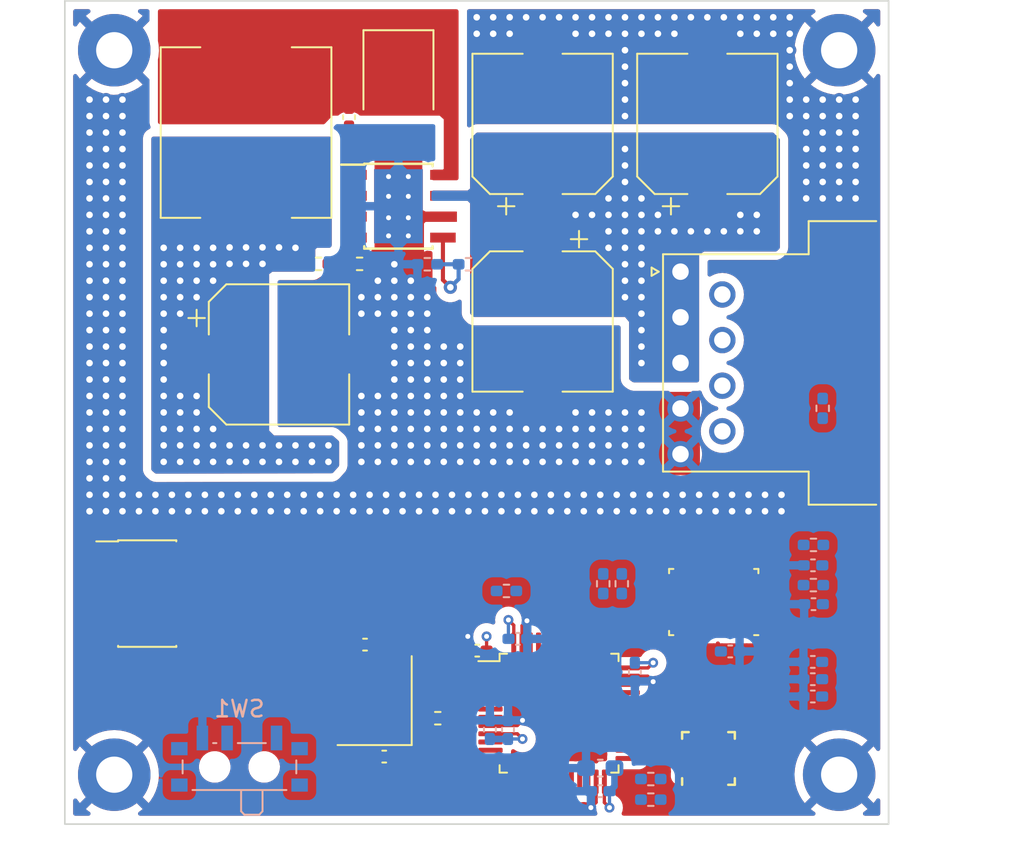
<source format=kicad_pcb>
(kicad_pcb (version 20211014) (generator pcbnew)
  (layers (0 "F.Cu" signal) (1 "In1.Cu" signal) (2 "In2.Cu" signal) (31 "B.Cu" signal) (34 "B.Paste" user) (35 "F.Paste" user) (36 "B.SilkS" user "B.Silkscreen") (37 "F.SilkS" user "F.Silkscreen") (38 "B.Mask" user) (39 "F.Mask" user) (44 "Edge.Cuts" user))
  (net 0 "")
  (net 1 "GND")
  (net 2 "+3.3V")
  (net 3 "Net-(C16-Pad2)")
  (net 4 "/Proc/RCC_OSC_IN")
  (net 5 "VCC")
  (net 6 "/PWR/BOOT")
  (net 7 "/PWR/PH")
  (net 8 "/Proc/STATUS_LED_SYSTEM")
  (net 9 "/Proc/SYS_JTMS-SWDIO")
  (net 10 "/Proc/SYS_JTCK-SWCLK")
  (net 11 "/Proc/SYS_JTDO-TRACESWO")
  (net 14 "/Proc/~{NRST}")
  (net 15 "/Proc/BOOT")
  (net 16 "/Proc/RCC_OSC_OUT")
  (net 17 "/IMU_{A}/IMU_{A}_CAP")
  (net 18 "/IMU_{A}/IMU_{A}_SCL")
  (net 19 "/PWR/ENABLE")
  (net 20 "/PWR/VSENSE")
  (net 21 "/IMU_{B}/IMU_{B}_SCL")
  (net 28 "/CAN-")
  (net 29 "/CAN+")
  (net 30 "/IMU_{B}/REGOUT")
  (net 33 "/IMU_{B}/IMU_{B}_SDA")
  (net 58 "/IMU_{A}/IMU_{A}_SDA")
  (net 59 "Net-(U2-Pad4)")
  (net 60 "Net-(U2-Pad11)")
  (net 61 "/IMU_{A}/IMU_{A}_INT")
  (net 62 "Net-(R4-Pad1)")
  (net 73 "/IMU_{B}/IMU_{B}_INT")
  (footprint "Capacitor_SMD:C_0402_1005Metric_Pad0.74x0.62mm_HandSolder" (layer "F.Cu") (at 47.25 37.0675 90)
    (fp_text reference "C38" hide)
    (fp_text value "10n")
  )
  (footprint "Capacitor_SMD:CP_Elec_8x11.9" (layer "F.Cu") (at 59 37.475 90)
    (fp_text reference "C36" hide)
    (fp_text value "39u")
  )
  (footprint "MountingHole:MountingHole_2.2mm_M2_Pad" (layer "F.Cu") (at 77 33)
    (fp_text reference "H1" hide)
    (fp_text value "MountingHole_Pad")
  )
  (footprint "MountingHole:MountingHole_2.2mm_M2_Pad" (layer "F.Cu") (at 33 33)
    (fp_text reference "H2" hide)
    (fp_text value "MountingHole_Pad")
  )
  (footprint "Capacitor_SMD:C_0402_1005Metric_Pad0.74x0.62mm_HandSolder" (layer "F.Cu") (at 49.38749 75.9)
    (fp_text reference "C16" hide)
    (fp_text value "TBD")
  )
  (footprint "Crystal:Crystal_SMD_3225-4Pin_3.2x2.5mm_HandSoldering" (layer "F.Cu") (at 48.80499 72.5 90)
    (fp_text reference "Y1" hide)
    (fp_text value "16MHz")
  )
  (footprint "Resistor_SMD:R_0402_1005Metric_Pad0.72x0.64mm_HandSolder" (layer "F.Cu") (at 52.637369 73.57)
    (fp_text reference "R12" hide)
    (fp_text value "TBD")
  )
  (footprint "Package_SO:TI_SO-PowerPAD-8_ThermalVias" (layer "F.Cu") (at 50.25 42.475)
    (fp_text reference "U6" hide)
    (fp_text value "TPS5430DDA")
  )
  (footprint "Connector_PinHeader_1.27mm:PinHeader_2x05_P1.27mm_Vertical_SMD" (layer "F.Cu") (at 35 66)
    (fp_text reference "J2" hide)
    (fp_text value "SWD")
  )
  (footprint "Inductor_SMD:L_Vishay_IHLP-4040" (layer "F.Cu") (at 41 38 -90)
    (fp_text reference "L3" hide)
    (fp_text value "10u")
  )
  (footprint "Diode_SMD:D_PowerDI-5" (layer "F.Cu") (at 50.25 35.595 -90)
    (fp_text reference "D8" hide)
    (fp_text value "PDS760-13")
  )
  (footprint "MountingHole:MountingHole_2.2mm_M2_Pad" (layer "F.Cu") (at 77 77)
    (fp_text reference "H4" hide)
    (fp_text value "MountingHole_Pad")
  )
  (footprint "Capacitor_SMD:CP_Elec_8x11.9" (layer "F.Cu") (at 69 37.475 90)
    (fp_text reference "C35" hide)
    (fp_text value "39u")
  )
  (footprint "Capacitor_SMD:C_0402_1005Metric_Pad0.74x0.62mm_HandSolder" (layer "F.Cu") (at 55.0325 69.464176 180)
    (fp_text reference "C11" hide)
    (fp_text value "100n")
  )
  (footprint "Resistor_SMD:R_0402_1005Metric_Pad0.72x0.64mm_HandSolder" (layer "F.Cu") (at 45.4025 45.975)
    (fp_text reference "R21" hide)
    (fp_text value "10k")
  )
  (footprint "Capacitor_SMD:CP_Elec_8x11.9" (layer "F.Cu") (at 43 51.475)
    (fp_text reference "C39" hide)
    (fp_text value "560u")
  )
  (footprint "Capacitor_SMD:CP_Elec_8x11.9" (layer "F.Cu") (at 59 49.475 -90)
    (fp_text reference "C37" hide)
    (fp_text value "39u")
  )
  (footprint "Package_QFP:LQFP-48_7x7mm_P0.5mm" (layer "F.Cu") (at 60 73.264176)
    (fp_text reference "U1" hide)
    (fp_text value "STM32F103C8Tx")
  )
  (footprint "Resistor_SMD:R_0402_1005Metric_Pad0.72x0.64mm_HandSolder" (layer "F.Cu") (at 47.8925 45.975)
    (fp_text reference "R22" hide)
    (fp_text value "5k9")
  )
  (footprint "Connector_Dsub:DSUB-9_Female_Horizontal_P2.77x2.54mm_EdgePinOffset9.40mm" (layer "F.Cu") (at 67.369669 46.45 90)
    (fp_text reference "J1" hide)
    (fp_text value "INTERFACE")
  )
  (footprint "Capacitor_SMD:C_0402_1005Metric_Pad0.74x0.62mm_HandSolder" (layer "F.Cu") (at 48.22249 69.1)
    (fp_text reference "C17" hide)
    (fp_text value "TBD")
  )
  (footprint "Package_LGA:LGA-28_5.2x3.8mm_P0.5mm" (layer "F.Cu") (at 69.3875 66.514176 180)
    (fp_text reference "U2" hide)
    (fp_text value "BNO055")
  )
  (footprint "MountingHole:MountingHole_2.2mm_M2_Pad" (layer "F.Cu") (at 33 77)
    (fp_text reference "H3" hide)
    (fp_text value "MountingHole_Pad")
  )
  (footprint "Sensor_Motion:InvenSense_QFN-24_3x3mm_P0.4mm" (layer "F.Cu") (at 69.0675 76.014176 90)
    (fp_text reference "U3" hide)
    (fp_text value "MPU-9250")
  )
  (footprint "Capacitor_SMD:C_0402_1005Metric_Pad0.74x0.62mm_HandSolder" (layer "B.Cu") (at 75.4 70.15 180)
    (fp_text reference "C4" hide)
    (fp_text value "100n")
  )
  (footprint "Resistor_SMD:R_0402_1005Metric_Pad0.72x0.64mm_HandSolder" (layer "B.Cu") (at 52 46 180)
    (fp_text reference "R20" hide)
    (fp_text value "DNF")
  )
  (footprint "Capacitor_SMD:C_0402_1005Metric_Pad0.74x0.62mm_HandSolder" (layer "B.Cu") (at 75.4 71.2 180)
    (fp_text reference "C3" hide)
    (fp_text value "100n")
  )
  (footprint "Capacitor_SMD:C_0402_1005Metric_Pad0.74x0.62mm_HandSolder" (layer "B.Cu") (at 56.9 74.264176 90)
    (fp_text reference "C13" hide)
    (fp_text value "1u")
  )
  (footprint "Capacitor_SMD:C_0402_1005Metric_Pad0.74x0.62mm_HandSolder" (layer "B.Cu") (at 64.6 70.764176 -90)
    (fp_text reference "C10" hide)
    (fp_text value "100n")
  )
  (footprint "Capacitor_SMD:C_0402_1005Metric_Pad0.74x0.62mm_HandSolder" (layer "B.Cu") (at 57.5 68.75)
    (fp_text reference "C7" hide)
    (fp_text value "100n")
  )
  (footprint "Resistor_SMD:R_0402_1005Metric_Pad0.72x0.64mm_HandSolder" (layer "B.Cu") (at 56.80499 65.84 180)
    (fp_text reference "R4" hide)
    (fp_text value "10k")
  )
  (footprint "Capacitor_SMD:C_0402_1005Metric_Pad0.74x0.62mm_HandSolder" (layer "B.Cu") (at 75.4 72.25 180)
    (fp_text reference "C2" hide)
    (fp_text value "10n")
  )
  (footprint "Resistor_SMD:R_0402_1005Metric_Pad0.72x0.64mm_HandSolder" (layer "B.Cu") (at 63.80499 65.4025 -90)
    (fp_text reference "R6" hide)
    (fp_text value "10k")
  )
  (footprint "Resistor_SMD:R_0402_1005Metric_Pad0.72x0.64mm_HandSolder" (layer "B.Cu") (at 76 54.75 -90)
    (fp_text reference "R3" hide)
    (fp_text value "TBD")
  )
  (footprint "Resistor_SMD:R_0402_1005Metric_Pad0.72x0.64mm_HandSolder" (layer "B.Cu") (at 65.5675 78.514176 180)
    (fp_text reference "R1" hide)
    (fp_text value "10k")
  )
  (footprint "Capacitor_SMD:C_0603_1608Metric_Pad1.08x0.95mm_HandSolder" (layer "B.Cu") (at 62.5 76.6 180)
    (fp_text reference "C6" hide)
    (fp_text value "4u7")
  )
  (footprint "Resistor_SMD:R_0402_1005Metric_Pad0.72x0.64mm_HandSolder" (layer "B.Cu") (at 54.5 46 180)
    (fp_text reference "R19" hide)
    (fp_text value "DNF")
  )
  (footprint "Capacitor_SMD:C_0402_1005Metric_Pad0.74x0.62mm_HandSolder" (layer "B.Cu") (at 75.41 64.284176 180)
    (fp_text reference "C5" hide)
    (fp_text value "1u")
  )
  (footprint "Resistor_SMD:R_0402_1005Metric_Pad0.72x0.64mm_HandSolder" (layer "B.Cu") (at 75.435 65.484176)
    (fp_text reference "R7" hide)
    (fp_text value "10k")
  )
  (footprint "Resistor_SMD:R_0402_1005Metric_Pad0.72x0.64mm_HandSolder" (layer "B.Cu") (at 62.67999 65.4025 -90)
    (fp_text reference "R5" hide)
    (fp_text value "10k")
  )
  (footprint "Capacitor_SMD:C_0402_1005Metric_Pad0.74x0.62mm_HandSolder" (layer "B.Cu") (at 55.8 74.264176 90)
    (fp_text reference "C12" hide)
    (fp_text value "10n")
  )
  (footprint "Capacitor_SMD:C_0402_1005Metric_Pad0.74x0.62mm_HandSolder" (layer "B.Cu") (at 75.4425 66.644176 180)
    (fp_text reference "C1" hide)
    (fp_text value "100n")
  )
  (footprint "Capacitor_SMD:C_0402_1005Metric_Pad0.74x0.62mm_HandSolder" (layer "B.Cu") (at 70.3875 69.514176)
    (fp_text reference "C9" hide)
    (fp_text value "120n")
  )
  (footprint "Capacitor_SMD:C_0402_1005Metric_Pad0.74x0.62mm_HandSolder" (layer "B.Cu") (at 62.5 78 180)
    (fp_text reference "C8" hide)
    (fp_text value "100n")
  )
  (footprint "Resistor_SMD:R_0402_1005Metric_Pad0.72x0.64mm_HandSolder" (layer "B.Cu") (at 65.5675 77.264176 180)
    (fp_text reference "R2" hide)
    (fp_text value "10k")
  )
  (footprint "Resistor_SMD:R_0402_1005Metric_Pad0.72x0.64mm_HandSolder" (layer "B.Cu") (at 75.44 63.044176)
    (fp_text reference "R8" hide)
    (fp_text value "10k")
  )
  (footprint "Button_Switch_SMD:SW_SPDT_PCM12" (layer "B.Cu") (at 40.6 76.2 180)
    (fp_text reference "SW1")
    (fp_text value "BOOT")
  )
  (gr_rect (start 30 30) (end 80 80) (layer "Edge.Cuts") (width 0.1) (fill none))
  (segment (start 62.25 77.426676) (end 62.25 78.68) (width 0.2) (layer "F.Cu") (net 1))
  (segment (start 62.25 78.68) (end 61.93 79) (width 0.2) (layer "F.Cu") (net 1))
  (segment (start 57.75 67.95) (end 58.05 67.65) (width 0.2) (layer "F.Cu") (net 1))
  (segment (start 65.374176 71.014176) (end 65.71 71.35) (width 0.2) (layer "F.Cu") (net 1))
  (segment (start 54.46 68.6) (end 54.46 69.459176) (width 0.2) (layer "F.Cu") (net 1))
  (segment (start 64.1625 71.014176) (end 65.374176 71.014176) (width 0.2) (layer "F.Cu") (net 1))
  (segment (start 55.8375 74.014176) (end 57.465824 74.014176) (width 0.2) (layer "F.Cu") (net 1))
  (segment (start 57.75 69.101676) (end 57.75 67.95) (width 0.2) (layer "F.Cu") (net 1))
  (segment (start 54.46 69.459176) (end 54.465 69.464176) (width 0.2) (layer "F.Cu") (net 1))
  (segment (start 57.465824 74.014176) (end 57.78 73.7) (width 0.2) (layer "F.Cu") (net 1))
  (via (at 32.5 54) (size 0.8) (drill 0.4) (layers "F.Cu" "B.Cu") (net 1))
  (via (at 58 58) (size 0.8) (drill 0.4) (layers "F.Cu" "B.Cu") (net 1))
  (via (at 48 56) (size 0.8) (drill 0.4) (layers "F.Cu" "B.Cu") (net 1))
  (via (at 58.05 67.65) (size 0.6) (drill 0.3) (layers "F.Cu" "B.Cu") (net 1))
  (via (at 33.5 61) (size 0.8) (drill 0.4) (layers "F.Cu" "B.Cu") (net 1))
  (via (at 46.5 60) (size 0.8) (drill 0.4) (layers "F.Cu" "B.Cu") (net 1))
  (via (at 48 57) (size 0.8) (drill 0.4) (layers "F.Cu" "B.Cu") (net 1))
  (via (at 76 41) (size 0.8) (drill 0.4) (layers "F.Cu" "B.Cu") (net 1))
  (via (at 54 58) (size 0.8) (drill 0.4) (layers "F.Cu" "B.Cu") (net 1))
  (via (at 51 55) (size 0.8) (drill 0.4) (layers "F.Cu" "B.Cu") (net 1))
  (via (at 57 56) (size 0.8) (drill 0.4) (layers "F.Cu" "B.Cu") (net 1))
  (via (at 33.5 37) (size 0.8) (drill 0.4) (layers "F.Cu" "B.Cu") (net 1))
  (via (at 55 57) (size 0.8) (drill 0.4) (layers "F.Cu" "B.Cu") (net 1))
  (via (at 65 57) (size 0.8) (drill 0.4) (layers "F.Cu" "B.Cu") (net 1))
  (via (at 51 49) (size 0.8) (drill 0.4) (layers "F.Cu" "B.Cu") (net 1))
  (via (at 58 57) (size 0.8) (drill 0.4) (layers "F.Cu" "B.Cu") (net 1))
  (via (at 47.5 60) (size 0.8) (drill 0.4) (layers "F.Cu" "B.Cu") (net 1))
  (via (at 57 31) (size 0.8) (drill 0.4) (layers "F.Cu" "B.Cu") (net 1))
  (via (at 77 36) (size 0.8) (drill 0.4) (layers "F.Cu" "B.Cu") (net 1))
  (via (at 63 32) (size 0.8) (drill 0.4) (layers "F.Cu" "B.Cu") (net 1))
  (via (at 62 57) (size 0.8) (drill 0.4) (layers "F.Cu" "B.Cu") (net 1))
  (via (at 51 56) (size 0.8) (drill 0.4) (layers "F.Cu" "B.Cu") (net 1))
  (via (at 75 40) (size 0.8) (drill 0.4) (layers "F.Cu" "B.Cu") (net 1))
  (via (at 68.5 61) (size 0.8) (drill 0.4) (layers "F.Cu" "B.Cu") (net 1))
  (via (at 61 56) (size 0.8) (drill 0.4) (layers "F.Cu" "B.Cu") (net 1))
  (via (at 31.5 47) (size 0.8) (drill 0.4) (layers "F.Cu" "B.Cu") (net 1))
  (via (at 60 58) (size 0.8) (drill 0.4) (layers "F.Cu" "B.Cu") (net 1))
  (via (at 78 40) (size 0.8) (drill 0.4) (layers "F.Cu" "B.Cu") (net 1))
  (via (at 66 32) (size 0.8) (drill 0.4) (layers "F.Cu" "B.Cu") (net 1))
  (via (at 51 53) (size 0.8) (drill 0.4) (layers "F.Cu" "B.Cu") (net 1))
  (via (at 64 33) (size 0.8) (drill 0.4) (layers "F.Cu" "B.Cu") (net 1))
  (via (at 67 31) (size 0.8) (drill 0.4) (layers "F.Cu" "B.Cu") (net 1))
  (via (at 50 56) (size 0.8) (drill 0.4) (layers "F.Cu" "B.Cu") (net 1))
  (via (at 33.5 60) (size 0.8) (drill 0.4) (layers "F.Cu" "B.Cu") (net 1))
  (via (at 61 57) (size 0.8) (drill 0.4) (layers "F.Cu" "B.Cu") (net 1))
  (via (at 56 31) (size 0.8) (drill 0.4) (layers "F.Cu" "B.Cu") (net 1))
  (via (at 75 41) (size 0.8) (drill 0.4) (layers "F.Cu" "B.Cu") (net 1))
  (via (at 51 50) (size 0.8) (drill 0.4) (layers "F.Cu" "B.Cu") (net 1))
  (via (at 33.5 41) (size 0.8) (drill 0.4) (layers "F.Cu" "B.Cu") (net 1))
  (via (at 59.5 61) (size 0.8) (drill 0.4) (layers "F.Cu" "B.Cu") (net 1))
  (via (at 71.5 60) (size 0.8) (drill 0.4) (layers "F.Cu" "B.Cu") (net 1))
  (via (at 47.5 61) (size 0.8) (drill 0.4) (layers "F.Cu" "B.Cu") (net 1))
  (via (at 32.5 45) (size 0.8) (drill 0.4) (layers "F.Cu" "B.Cu") (net 1))
  (via (at 75 39) (size 0.8) (drill 0.4) (layers "F.Cu" "B.Cu") (net 1))
  (via (at 57 55) (size 0.8) (drill 0.4) (layers "F.Cu" "B.Cu") (net 1))
  (via (at 62.5 61) (size 0.8) (drill 0.4) (layers "F.Cu" "B.Cu") (net 1))
  (via (at 71 31) (size 0.8) (drill 0.4) (layers "F.Cu" "B.Cu") (net 1))
  (via (at 31.5 61) (size 0.8) (drill 0.4) (layers "F.Cu" "B.Cu") (net 1))
  (via (at 60 31) (size 0.8) (drill 0.4) (layers "F.Cu" "B.Cu") (net 1))
  (via (at 63 55) (size 0.8) (drill 0.4) (layers "F.Cu" "B.Cu") (net 1))
  (via (at 72 31) (size 0.8) (drill 0.4) (layers "F.Cu" "B.Cu") (net 1))
  (via (at 33.5 56) (size 0.8) (drill 0.4) (layers "F.Cu" "B.Cu") (net 1))
  (via (at 31.5 38) (size 0.8) (drill 0.4) (layers "F.Cu" "B.Cu") (net 1))
  (via (at 63.5 61) (size 0.8) (drill 0.4) (layers "F.Cu" "B.Cu") (net 1))
  (via (at 66.5 60) (size 0.8) (drill 0.4) (layers "F.Cu" "B.Cu") (net 1))
  (via (at 53 57) (size 0.8) (drill 0.4) (layers "F.Cu" "B.Cu") (net 1))
  (via (at 31.5 60) (size 0.8) (drill 0.4) (layers "F.Cu" "B.Cu") (net 1))
  (via (at 32.5 51) (size 0.8) (drill 0.4) (layers "F.Cu" "B.Cu") (net 1))
  (via (at 75 38) (size 0.8) (drill 0.4) (layers "F.Cu" "B.Cu") (net 1))
  (via (at 52 49) (size 0.8) (drill 0.4) (layers "F.Cu" "B.Cu") (net 1))
  (via (at 52 52) (size 0.8) (drill 0.4) (layers "F.Cu" "B.Cu") (net 1))
  (via (at 52 54) (size 0.8) (drill 0.4) (layers "F.Cu" "B.Cu") (net 1))
  (via (at 64 36) (size 0.8) (drill 0.4) (layers "F.Cu" "B.Cu") (net 1))
  (via (at 31.5 54) (size 0.8) (drill 0.4) (layers "F.Cu" "B.Cu") (net 1))
  (via (at 64 56) (size 0.8) (drill 0.4) (layers "F.Cu" "B.Cu") (net 1))
  (via (at 70 31) (size 0.8) (drill 0.4) (layers "F.Cu" "B.Cu") (net 1))
  (via (at 31.5 52) (size 0.8) (drill 0.4) (layers "F.Cu" "B.Cu") (net 1))
  (via (at 44.5 60) (size 0.8) (drill 0.4) (layers "F.Cu" "B.Cu") (net 1))
  (via (at 31.5 56) (size 0.8) (drill 0.4) (layers "F.Cu" "B.Cu") (net 1))
  (via (at 33.5 52) (size 0.8) (drill 0.4) (layers "F.Cu" "B.Cu") (net 1))
  (via (at 53 51) (size 0.8) (drill 0.4) (layers "F.Cu" "B.Cu") (net 1))
  (via (at 60.5 61) (size 0.8) (drill 0.4) (layers "F.Cu" "B.Cu") (net 1))
  (via (at 56.5 60) (size 0.8) (drill 0.4) (layers "F.Cu" "B.Cu") (net 1))
  (via (at 61.5 61) (size 0.8) (drill 0.4) (layers "F.Cu" "B.Cu") (net 1))
  (via (at 40.5 61) (size 0.8) (drill 0.4) (layers "F.Cu" "B.Cu") (net 1))
  (via (at 51.5 61) (size 0.8) (drill 0.4) (layers "F.Cu" "B.Cu") (net 1))
  (via (at 32.5 61) (size 0.8) (drill 0.4) (layers "F.Cu" "B.Cu") (net 1))
  (via (at 31.5 37) (size 0.8) (drill 0.4) (layers "F.Cu" "B.Cu") (net 1))
  (via (at 56 32) (size 0.8) (drill 0.4) (layers "F.Cu" "B.Cu") (net 1))
  (via (at 64 31) (size 0.8) (drill 0.4) (layers "F.Cu" "B.Cu") (net 1))
  (via (at 53 56) (size 0.8) (drill 0.4) (layers "F.Cu" "B.Cu") (net 1))
  (via (at 33.5 46) (size 0.8) (drill 0.4) (layers "F.Cu" "B.Cu") (net 1))
  (via (at 31.5 57) (size 0.8) (drill 0.4) (layers "F.Cu" "B.Cu") (net 1))
  (via (at 49 58) (size 0.8) (drill 0.4) (layers "F.Cu" "B.Cu") (net 1))
  (via (at 74 37) (size 0.8) (drill 0.4) (layers "F.Cu" "B.Cu") (net 1))
  (via (at 31.5 44) (size 0.8) (drill 0.4) (layers "F.Cu" "B.Cu") (net 1))
  (via (at 67.5 60) (size 0.8) (drill 0.4) (layers "F.Cu" "B.Cu") (net 1))
  (via (at 59 58) (size 0.8) (drill 0.4) (layers "F.Cu" "B.Cu") (net 1))
  (via (at 64 34) (size 0.8) (drill 0.4) (layers "F.Cu" "B.Cu") (net 1))
  (via (at 78 42) (size 0.8) (drill 0.4) (layers "F.Cu" "B.Cu") (net 1))
  (via (at 62 58) (size 0.8) (drill 0.4) (layers "F.Cu" "B.Cu") (net 1))
  (via (at 67.5 61) (size 0.8) (drill 0.4) (layers "F.Cu" "B.Cu") (net 1))
  (via (at 73 31) (size 0.8) (drill 0.4) (layers "F.Cu" "B.Cu") (net 1))
  (via (at 50 58) (size 0.8) (drill 0.4) (layers "F.Cu" "B.Cu") (net 1))
  (via (at 53 52) (size 0.8) (drill 0.4) (layers "F.Cu" "B.Cu") (net 1))
  (via (at 53 54) (size 0.8) (drill 0.4) (layers "F.Cu" "B.Cu") (net 1))
  (via (at 33.5 51) (size 0.8) (drill 0.4) (layers "F.Cu" "B.Cu") (net 1))
  (via (at 31.5 49) (size 0.8) (drill 0.4) (layers "F.Cu" "B.Cu") (net 1))
  (via (at 32.5 42) (size 0.8) (drill 0.4) (layers "F.Cu" "B.Cu") (net 1))
  (via (at 63 57) (size 0.8) (drill 0.4) (layers "F.Cu" "B.Cu") (net 1))
  (via (at 63.5 60) (size 0.8) (drill 0.4) (layers "F.Cu" "B.Cu") (net 1))
  (via (at 50 50) (size 0.8) (drill 0.4) (layers "F.Cu" "B.Cu") (net 1))
  (via (at 46.5 61) (size 0.8) (drill 0.4) (layers "F.Cu" "B.Cu") (net 1))
  (via (at 33.5 59) (size 0.8) (drill 0.4) (layers "F.Cu" "B.Cu") (net 1))
  (via (at 70.5 60) (size 0.8) (drill 0.4) (layers "F.Cu" "B.Cu") (net 1))
  (via (at 51 57) (size 0.8) (drill 0.4) (layers "F.Cu" "B.Cu") (net 1))
  (via (at 52 53) (size 0.8) (drill 0.4) (layers "F.Cu" "B.Cu") (net 1))
  (via (at 50 52) (size 0.8) (drill 0.4) (layers "F.Cu" "B.Cu") (net 1))
  (via (at 33.5 58) (size 0.8) (drill 0.4) (layers "F.Cu" "B.Cu") (net 1))
  (via (at 48 48) (size 0.8) (drill 0.4) (layers "F.Cu" "B.Cu") (net 1))
  (via (at 78 41) (size 0.8) (drill 0.4) (layers "F.Cu" "B.Cu") (net 1))
  (via (at 50 51) (size 0.8) (drill 0.4) (layers "F.Cu" "B.Cu") (net 1))
  (via (at 50 47) (size 0.8) (drill 0.4) (layers "F.Cu" "B.Cu") (net 1))
  (via (at 67 32) (size 0.8) (drill 0.4) (layers "F.Cu" "B.Cu") (net 1))
  (via (at 32.5 48) (size 0.8) (drill 0.4) (layers "F.Cu" "B.Cu") (net 1))
  (via (at 64 57) (size 0.8) (drill 0.4) (layers "F.Cu" "B.Cu") (net 1))
  (via (at 69.5 61) (size 0.8) (drill 0.4) (layers "F.Cu" "B.Cu") (net 1))
  (via (at 66 31) (size 0.8) (drill 0.4) (layers "F.Cu" "B.Cu") (net 1))
  (via (at 52 56) (size 0.8) (drill 0.4) (layers "F.Cu" "B.Cu") (net 1))
  (via (at 76 42) (size 0.8) (drill 0.4) (layers "F.Cu" "B.Cu") (net 1))
  (via (at 65 32) (size 0.8) (drill 0.4) (layers "F.Cu" "B.Cu") (net 1))
  (via (at 56 55) (size 0.8) (drill 0.4) (layers "F.Cu" "B.Cu") (net 1))
  (via (at 45.5 61) (size 0.8) (drill 0.4) (layers "F.Cu" "B.Cu") (net 1))
  (via (at 53 58) (size 0.8) (drill 0.4) (layers "F.Cu" "B.Cu") (net 1))
  (via (at 48 55) (size 0.8) (drill 0.4) (layers "F.Cu" "B.Cu") (net 1))
  (via (at 50 46) (size 0.8) (drill 0.4) (layers "F.Cu" "B.Cu") (net 1))
  (via (at 60 57) (size 0.8) (drill 0.4) (layers "F.Cu" "B.Cu") (net 1))
  (via (at 71.5 61) (size 0.8) (drill 0.4) (layers "F.Cu" "B.Cu") (net 1))
  (via (at 74 34) (size 0.8) (drill 0.4) (layers "F.Cu" "B.Cu") (net 1))
  (via (at 50.5 61) (size 0.8) (drill 0.4) (layers "F.Cu" "B.Cu") (net 1))
  (via (at 48 49) (size 0.8) (drill 0.4) (layers "F.Cu" "B.Cu") (net 1))
  (via (at 32.5 40) (size 0.8) (drill 0.4) (layers "F.Cu" "B.Cu") (net 1))
  (via (at 52 48) (size 0.8) (drill 0.4) (layers "F.Cu" "B.Cu") (net 1))
  (via (at 32.5 49) (size 0.8) (drill 0.4) (layers "F.Cu" "B.Cu") (net 1))
  (via (at 75 37) (size 0.8) (drill 0.4) (layers "F.Cu" "B.Cu") (net 1))
  (via (at 52 55) (size 0.8) (drill 0.4) (layers "F.Cu" "B.Cu") (net 1))
  (via (at 55 58) (size 0.8) (drill 0.4) (layers "F.Cu" "B.Cu") (net 1))
  (via (at 48 58) (size 0.8) (drill 0.4) (layers "F.Cu" "B.Cu") (net 1))
  (via (at 78 39) (size 0.8) (drill 0.4) (layers "F.Cu" "B.Cu") (net 1))
  (via (at 52.5 61) (size 0.8) (drill 0.4) (layers "F.Cu" "B.Cu") (net 1))
  (via (at 63 58) (size 0.8) (drill 0.4) (layers "F.Cu" "B.Cu") (net 1))
  (via (at 65.5 61) (size 0.8) (drill 0.4) (layers "F.Cu" "B.Cu") (net 1))
  (via (at 60 56) (size 0.8) (drill 0.4) (layers "F.Cu" "B.Cu") (net 1))
  (via (at 64.5 61) (size 0.8) (drill 0.4) (layers "F.Cu" "B.Cu") (net 1))
  (via (at 62 56) (size 0.8) (drill 0.4) (layers "F.Cu" "B.Cu") (net 1))
  (via (at 33.5 55) (size 0.8) (drill 0.4) (layers "F.Cu" "B.Cu") (net 1))
  (via (at 31.5 55) (size 0.8) (drill 0.4) (layers "F.Cu" "B.Cu") (net 1))
  (via (at 65 56) (size 0.8) (drill 0.4) (layers "F.Cu" "B.Cu") (net 1))
  (via (at 57.78 73.7) (size 0.6) (drill 0.3) (layers "F.Cu" "B.Cu") (net 1))
  (via (at 54 51) (size 0.8) (drill 0.4) (layers "F.Cu" "B.Cu") (net 1))
  (via (at 32.5 43) (size 0.8) (drill 0.4) (layers "F.Cu" "B.Cu") (net 1))
  (via (at 35.5 61) (size 0.8) (drill 0.4) (layers "F.Cu" "B.Cu") (net 1))
  (via (at 31.5 39) (size 0.8) (drill 0.4) (layers "F.Cu" "B.Cu") (net 1))
  (via (at 59 56) (size 0.8) (drill 0.4) (layers "F.Cu" "B.Cu") (net 1))
  (via (at 73.5 61) (size 0.8) (drill 0.4) (layers "F.Cu" "B.Cu") (net 1))
  (via (at 49 48) (size 0.8) (drill 0.4) (layers "F.Cu" "B.Cu") (net 1))
  (via (at 33.5 49) (size 0.8) (drill 0.4) (layers "F.Cu" "B.Cu") (net 1))
  (via (at 32.5 60) (size 0.8) (drill 0.4) (layers "F.Cu" "B.Cu") (net 1))
  (via (at 41.5 61) (size 0.8) (drill 0.4) (layers "F.Cu" "B.Cu") (net 1))
  (via (at 48.5 60) (size 0.8) (drill 0.4) (layers "F.Cu" "B.Cu") (net 1))
  (via (at 68 31) (size 0.8) (drill 0.4) (layers "F.Cu" "B.Cu") (net 1))
  (via (at 55 56) (size 0.8) (drill 0.4) (layers "F.Cu" "B.Cu") (net 1))
  (via (at 44.5 61) (size 0.8) (drill 0.4) (layers "F.Cu" "B.Cu") (net 1))
  (via (at 61.5 60) (size 0.8) (drill 0.4) (layers "F.Cu" "B.Cu") (net 1))
  (via (at 71 32) (size 0.8) (drill 0.4) (layers "F.Cu" "B.Cu") (net 1))
  (via (at 32.5 50) (size 0.8) (drill 0.4) (layers "F.Cu" "B.Cu") (net 1))
  (via (at 31.5 40) (size 0.8) (drill 0.4) (layers "F.Cu" "B.Cu") (net 1))
  (via (at 55.5 60) (size 0.8) (drill 0.4) (layers "F.Cu" "B.Cu") (net 1))
  (via (at 38.5 60) (size 0.8) (drill 0.4) (layers "F.Cu" "B.Cu") (net 1))
  (via (at 52 57) (size 0.8) (drill 0.4) (layers "F.Cu" "B.Cu") (net 1))
  (via (at 76 38) (size 0.8) (drill 0.4) (layers "F.Cu" "B.Cu") (net 1))
  (via (at 78 37) (size 0.8) (drill 0.4) (layers "F.Cu" "B.Cu") (net 1))
  (via (at 31.5 58) (size 0.8) (drill 0.4) (layers "F.Cu" "B.Cu") (net 1))
  (via (at 74 31) (size 0.8) (drill 0.4) (layers "F.Cu" "B.Cu") (net 1))
  (via (at 61 58) (size 0.8) (drill 0.4) (layers "F.Cu" "B.Cu") (net 1))
  (via (at 63 31) (size 0.8) (drill 0.4) (layers "F.Cu" "B.Cu") (net 1))
  (via (at 31.5 36) (size 0.8) (drill 0.4) (layers "F.Cu" "B.Cu") (net 1))
  (via (at 74 36) (size 0.8) (drill 0.4) (layers "F.Cu" "B.Cu") (net 1))
  (via (at 62 31) (size 0.8) (drill 0.4) (layers "F.Cu" "B.Cu") (net 1))
  (via (at 54 54) (size 0.8) (drill 0.4) (layers "F.Cu" "B.Cu") (net 1))
  (via (at 32.5 38) (size 0.8) (drill 0.4) (layers "F.Cu" "B.Cu") (net 1))
  (via (at 73.5 60) (size 0.8) (drill 0.4) (layers "F.Cu" "B.Cu") (net 1))
  (via (at 50 55) (size 0.8) (drill 0.4) (layers "F.Cu" "B.Cu") (net 1))
  (via (at 53 53) (size 0.8) (drill 0.4) (layers "F.Cu" "B.Cu") (net 1))
  (via (at 78 36) (size 0.8) (drill 0.4) (layers "F.Cu" "B.Cu") (net 1))
  (via (at 32.5 37) (size 0.8) (drill 0.4) (layers "F.Cu" "B.Cu") (net 1))
  (via (at 33.5 57) (size 0.8) (drill 0.4) (layers "F.Cu" "B.Cu") (net 1))
  (via (at 32.5 52) (size 0.8) (drill 0.4) (layers "F.Cu" "B.Cu") (net 1))
  (via (at 49 47) (size 0.8) (drill 0.4) (layers "F.Cu" "B.Cu") (net 1))
  (via (at 49 49) (size 0.8) (drill 0.4) (layers "F.Cu" "B.Cu") (net 1))
  (via (at 64 55) (size 0.8) (drill 0.4) (layers "F.Cu" "B.Cu") (net 1))
  (via (at 33.5 45) (size 0.8) (drill 0.4) (layers "F.Cu" "B.Cu") (net 1))
  (via (at 64 35) (size 0.8) (drill 0.4) (layers "F.Cu" "B.Cu") (net 1))
  (via (at 51 47) (size 0.8) (drill 0.4) (layers "F.Cu" "B.Cu") (net 1))
  (via (at 40.5 60) (size 0.8) (drill 0.4) (layers "F.Cu" "B.Cu") (net 1))
  (via (at 32.5 41) (size 0.8) (drill 0.4) (layers "F.Cu" "B.Cu") (net 1))
  (via (at 50 48) (size 0.8) (drill 0.4) (layers "F.Cu" "B.Cu") (net 1))
  (via (at 61 31) (size 0.8) (drill 0.4) (layers "F.Cu" "B.Cu") (net 1))
  (via (at 55 32) (size 0.8) (drill 0.4) (layers "F.Cu" "B.Cu") (net 1))
  (via (at 54 53) (size 0.8) (drill 0.4) (layers "F.Cu" "B.Cu") (net 1))
  (via (at 73 32) (size 0.8) (drill 0.4) (layers "F.Cu" "B.Cu") (net 1))
  (via (at 32.5 39) (size 0.8) (drill 0.4) (layers "F.Cu" "B.Cu") (net 1))
  (via (at 56 57) (size 0.8) (drill 0.4) (layers "F.Cu" "B.Cu") (net 1))
  (via (at 31.5 48) (size 0.8) (drill 0.4) (layers "F.Cu" "B.Cu") (net 1))
  (via (at 54 57) (size 0.8) (drill 0.4) (layers "F.Cu" "B.Cu") (net 1))
  (via (at 61 55) (size 0.8) (drill 0.4) (layers "F.Cu" "B.Cu") (net 1))
  (via (at 31.5 59) (size 0.8) (drill 0.4) (layers "F.Cu" "B.Cu") (net 1))
  (via (at 52 50) (size 0.8) (drill 0.4) (layers "F.Cu" "B.Cu") (net 1))
  (via (at 58 56) (size 0.8) (drill 0.4) (layers "F.Cu" "B.Cu") (net 1))
  (via (at 32.5 58) (size 0.8) (drill 0.4) (layers "F.Cu" "B.Cu") (net 1))
  (via (at 33.5 54) (size 0.8) (drill 0.4) (layers "F.Cu" "B.Cu") (net 1))
  (via (at 53.5 61) (size 0.8) (drill 0.4) (layers "F.Cu" "B.Cu") (net 1))
  (via (at 42.5 60) (size 0.8) (drill 0.4) (layers "F.Cu" "B.Cu") (net 1))
  (via (at 49 55) (size 0.8) (drill 0.4) (layers "F.Cu" "B.Cu") (net 1))
  (via (at 51 58) (size 0.8) (drill 0.4) (layers "F.Cu" "B.Cu") (net 1))
  (via (at 32.5 36) (size 0.8) (drill 0.4) (layers "F.Cu" "B.Cu") (net 1))
  (via (at 36.5 60) (size 0.8) (drill 0.4) (layers "F.Cu" "B.Cu") (net 1))
  (via (at 65 55) (size 0.8) (drill 0.4) (layers "F.Cu" "B.Cu") (net 1))
  (via (at 51 51) (size 0.8) (drill 0.4) (layers "F.Cu" "B.Cu") (net 1))
  (via (at 31.5 46) (size 0.8) (drill 0.4) (layers "F.Cu" "B.Cu") (net 1))
  (via (at 62 32) (size 0.8) (drill 0.4) (layers "F.Cu" "B.Cu") (net 1))
  (via (at 51 54) (size 0.8) (drill 0.4) (layers "F.Cu" "B.Cu") (net 1))
  (via (at 39.5 61) (size 0.8) (drill 0.4) (layers "F.Cu" "B.Cu") (net 1))
  (via (at 31.5 51) (size 0.8) (drill 0.4) (layers "F.Cu" "B.Cu") (net 1))
  (via (at 64 37) (size 0.8) (drill 0.4) (layers "F.Cu" "B.Cu") (net 1))
  (via (at 74 35) (size 0.8) (drill 0.4) (layers "F.Cu" "B.Cu") (net 1))
  (via (at 64.5 60) (size 0.8) (drill 0.4) (layers "F.Cu" "B.Cu") (net 1))
  (via (at 77 39) (size 0.8) (drill 0.4) (layers "F.Cu" "B.Cu") (net 1))
  (via (at 48 54) (size 0.8) (drill 0.4) (layers "F.Cu" "B.Cu") (net 1))
  (via (at 56 56) (size 0.8) (drill 0.4) (layers "F.Cu" "B.Cu") (net 1))
  (via (at 32.5 44) (size 0.8) (drill 0.4) (layers "F.Cu" "B.Cu") (net 1))
  (via (at 68.5 60) (size 0.8) (drill 0.4) (layers "F.Cu" "B.Cu") (net 1))
  (via (at 59 57) (size 0.8) (drill 0.4) (layers "F.Cu" "B.Cu") (net 1))
  (via (at 43.5 61) (size 0.8) (drill 0.4) (layers "F.Cu" "B.Cu") (net 1))
  (via (at 65.71 71.35) (size 0.6) (drill 0.3) (layers "F.Cu" "B.Cu") (net 1))
  (via (at 54 52) (size 0.8) (drill 0.4) (layers "F.Cu" "B.Cu") (net 1))
  (via (at 50 57) (size 0.8) (drill 0.4) (layers "F.Cu" "B.Cu") (net 1))
  (via (at 53 55) (size 0.8) (drill 0.4) (layers "F.Cu" "B.Cu") (net 1))
  (via (at 33.5 50) (size 0.8) (drill 0.4) (layers "F.Cu" "B.Cu") (net 1))
  (via (at 54.46 68.6) (size 0.6) (drill 0.3) (layers "F.Cu" "B.Cu") (net 1))
  (via (at 76 37) (size 0.8) (drill 0.4) (layers "F.Cu" "B.Cu") (net 1))
  (via (at 48.5 61) (size 0.8) (drill 0.4) (layers "F.Cu" "B.Cu") (net 1))
  (via (at 41.5 60) (size 0.8) (drill 0.4) (layers "F.Cu" "B.Cu") (net 1))
  (via (at 52 58) (size 0.8) (drill 0.4) (layers "F.Cu" "B.Cu") (net 1))
  (via (at 33.5 40) (size 0.8) (drill 0.4) (layers "F.Cu" "B.Cu") (net 1))
  (via (at 77 41) (size 0.8) (drill 0.4) (layers "F.Cu" "B.Cu") (net 1))
  (via (at 57 32) (size 0.8) (drill 0.4) (layers "F.Cu" "B.Cu") (net 1))
  (via (at 57 57) (size 0.8) (drill 0.4) (layers "F.Cu" "B.Cu") (net 1))
  (via (at 31.5 50) (size 0.8) (drill 0.4) (layers "F.Cu" "B.Cu") (net 1))
  (via (at 54.5 60) (size 0.8) (drill 0.4) (layers "F.Cu" "B.Cu") (net 1))
  (via (at 76 39) (size 0.8) (drill 0.4) (layers "F.Cu" "B.Cu") (net 1))
  (via (at 33.5 38) (size 0.8) (drill 0.4) (layers "F.Cu" "B.Cu") (net 1))
  (via (at 76 40) (size 0.8) (drill 0.4) (layers "F.Cu" "B.Cu") (net 1))
  (via (at 51 52) (size 0.8) (drill 0.4) (layers "F.Cu" "B.Cu") (net 1))
  (via (at 50 54) (size 0.8) (drill 0.4) (layers "F.Cu" "B.Cu") (net 1))
  (via (at 52 51) (size 0.8) (drill 0.4) (layers "F.Cu" "B.Cu") (net 1))
  (via (at 54.5 61) (size 0.8) (drill 0.4) (layers "F.Cu" "B.Cu") (net 1))
  (via (at 33.5 53) (size 0.8) (drill 0.4) (layers "F.Cu" "B.Cu") (net 1))
  (via (at 51 48) (size 0.8) (drill 0.4) (layers "F.Cu" "B.Cu") (net 1))
  (via (at 31.5 53) (size 0.8) (drill 0.4) (layers "F.Cu" "B.Cu") (net 1))
  (via (at 32.5 56) (size 0.8) (drill 0.4) (layers "F.Cu" "B.Cu") (net 1))
  (via (at 69.5 60) (size 0.8) (drill 0.4) (layers "F.Cu" "B.Cu") (net 1))
  (via (at 32.5 59) (size 0.8) (drill 0.4) (layers "F.Cu" "B.Cu") (net 1))
  (via (at 72 32) (size 0.8) (drill 0.4) (layers "F.Cu" "B.Cu") (net 1))
  (via (at 50.5 60) (size 0.8) (drill 0.4) (layers "F.Cu" "B.Cu") (net 1))
  (via (at 78 38) (size 0.8) (drill 0.4) (layers "F.Cu" "B.Cu") (net 1))
  (via (at 32.5 53) (size 0.8) (drill 0.4) (layers "F.Cu" "B.Cu") (net 1))
  (via (at 77 40) (size 0.8) (drill 0.4) (layers "F.Cu" "B.Cu") (net 1))
  (via (at 54 55) (size 0.8) (drill 0.4) (layers "F.Cu" "B.Cu") (net 1))
  (via (at 69 31) (size 0.8) (drill 0.4) (layers "F.Cu" "B.Cu") (net 1))
  (via (at 72.5 60) (size 0.8) (drill 0.4) (layers "F.Cu" "B.Cu") (net 1))
  (via (at 58.5 60) (size 0.8) (drill 0.4) (layers "F.Cu" "B.Cu") (net 1))
  (via (at 33.5 44) (size 0.8) (drill 0.4) (layers "F.Cu" "B.Cu") (net 1))
  (via (at 58.5 61) (size 0.8) (drill 0.4) (layers "F.Cu" "B.Cu") (net 1))
  (via (at 65 58) (size 0.8) (drill 0.4) (layers "F.Cu" "B.Cu") (net 1))
  (via (at 74 32) (size 0.8) (drill 0.4) (layers "F.Cu" "B.Cu") (net 1))
  (via (at 49 54) (size 0.8) (drill 0.4) (layers "F.Cu" "B.Cu") (net 1))
  (via (at 32.5 46) (size 0.8) (drill 0.4) (layers "F.Cu" "B.Cu") (net 1))
  (via (at 50 49) (size 0.8) (drill 0.4) (layers "F.Cu" "B.Cu") (net 1))
  (via (at 74 33) (size 0.8) (drill 0.4) (layers "F.Cu" "B.Cu") (net 1))
  (via (at 33.5 42) (size 0.8) (drill 0.4) (layers "F.Cu" "B.Cu") (net 1))
  (via (at 33.5 36) (size 0.8) (drill 0.4) (layers "F.Cu" "B.Cu") (net 1))
  (via (at 37.5 60) (size 0.8) (drill 0.4) (layers "F.Cu" "B.Cu") (net 1))
  (via (at 56.5 61) (size 0.8) (drill 0.4) (layers "F.Cu" "B.Cu") (net 1))
  (via (at 39.5 60) (size 0.8) (drill 0.4) (layers "F.Cu" "B.Cu") (net 1))
  (via (at 59.5 60) (size 0.8) (drill 0.4) (layers "F.Cu" "B.Cu") (net 1))
  (via (at 77 42) (size 0.8) (drill 0.4) (layers "F.Cu" "B.Cu") (net 1))
  (via (at 63 56) (size 0.8) (drill 0.4) (layers "F.Cu" "B.Cu") (net 1))
  (via (at 58 31) (size 0.8) (drill 0.4) (layers "F.Cu" "B.Cu") (net 1))
  (via (at 57.5 61) (size 0.8) (drill 0.4) (layers "F.Cu" "B.Cu") (net 1))
  (via (at 36.5 61) (size 0.8) (drill 0.4) (layers "F.Cu" "B.Cu") (net 1))
  (via (at 70.5 61) (size 0.8) (drill 0.4) (layers "F.Cu" "B.Cu") (net 1))
  (via (at 75 42) (size 0.8) (drill 0.4) (layers "F.Cu" "B.Cu") (net 1))
  (via (at 59 31) (size 0.8) (drill 0.4) (layers "F.Cu" "B.Cu") (net 1))
  (via (at 57 58) (size 0.8) (drill 0.4) (layers "F.Cu" "B.Cu") (net 1))
  (via (at 77 38) (size 0.8) (drill 0.4) (layers "F.Cu" "B.Cu") (net 1))
  (via (at 66.5 61) (size 0.8) (drill 0.4) (layers "F.Cu" "B.Cu") (net 1))
  (via (at 57.5 60) (size 0.8) (drill 0.4) (layers "F.Cu" "B.Cu") (net 1))
  (via (at 55 55) (size 0.8) (drill 0.4) (layers "F.Cu" "B.Cu") (net 1))
  (via (at 49.5 60) (size 0.8) (drill 0.4) (layers "F.Cu" "B.Cu") (net 1))
  (via (at 49 56) (size 0.8) (drill 0.4) (layers "F.Cu" "B.Cu") (net 1))
  (via (at 49 57) (size 0.8) (drill 0.4) (layers "F.Cu" "B.Cu") (net 1))
  (via (at 33.5 43) (size 0.8) (drill 0.4) (layers "F.Cu" "B.Cu") (net 1))
  (via (at 52.5 60) (size 0.8) (drill 0.4) (layers "F.Cu" "B.Cu") (net 1))
  (via (at 72.5 61) (size 0.8) (drill 0.4) (layers "F.Cu" "B.Cu") (net 1))
  (via (at 31.5 43) (size 0.8) (drill 0.4) (layers "F.Cu" "B.Cu") (net 1))
  (via (at 65.5 60) (size 0.8) (drill 0.4) (layers "F.Cu" "B.Cu") (net 1))
  (via (at 60.5 60) (size 0.8) (drill 0.4) (layers "F.Cu" "B.Cu") (net 1))
  (via (at 64 58) (size 0.8) (drill 0.4) (layers "F.Cu" "B.Cu") (net 1))
  (via (at 35.5 60) (size 0.8) (drill 0.4) (layers "F.Cu" "B.Cu") (net 1))
  (via (at 76 36) (size 0.8) (drill 0.4) (layers "F.Cu" "B.Cu") (net 1))
  (via (at 54 56) (size 0.8) (drill 0.4) (layers "F.Cu" "B.Cu") (net 1))
  (via (at 33.5 47) (size 0.8) (drill 0.4) (layers "F.Cu" "B.Cu") (net 1))
  (via (at 34.5 60) (size 0.8) (drill 0.4) (layers "F.Cu" "B.Cu") (net 1))
  (via (at 33.5 48) (size 0.8) (drill 0.4) (layers "F.Cu" "B.Cu") (net 1))
  (via (at 45.5 60) (size 0.8) (drill 0.4) (layers "F.Cu" "B.Cu") (net 1))
  (via (at 31.5 42) (size 0.8) (drill 0.4) (layers "F.Cu" "B.Cu") (net 1))
  (via (at 50 53) (size 0.8) (drill 0.4) (layers "F.Cu" "B.Cu") (net 1))
  (via (at 31.5 45) (size 0.8) (drill 0.4) (layers "F.Cu" "B.Cu") (net 1))
  (via (at 53.5 60) (size 0.8) (drill 0.4) (layers "F.Cu" "B.Cu") (net 1))
  (via (at 43.5 60) (size 0.8) (drill 0.4) (layers "F.Cu" "B.Cu") (net 1))
  (via (at 65 31) (size 0.8) (drill 0.4) (layers "F.Cu" "B.Cu") (net 1))
  (via (at 55 31) (size 0.8) (drill 0.4) (layers "F.Cu" "B.Cu") (net 1))
  (via (at 32.5 57) (size 0.8) (drill 0.4) (layers "F.Cu" "B.Cu") (net 1))
  (via (at 34.5 61) (size 0.8) (drill 0.4) (layers "F.Cu" "B.Cu") (net 1))
  (via (at 62.5 60) (size 0.8) (drill 0.4) (layers "F.Cu" "B.Cu") (net 1))
  (via (at 77 37) (size 0.8) (drill 0.4) (layers "F.Cu" "B.Cu") (net 1))
  (via (at 32.5 47) (size 0.8) (drill 0.4) (layers "F.Cu" "B.Cu") (net 1))
  (via (at 31.5 41) (size 0.8) (drill 0.4) (layers "F.Cu" "B.Cu") (net 1))
  (via (at 61.93 79) (size 0.6) (drill 0.3) (layers "F.Cu" "B.Cu") (net 1))
  (via (at 42.5 61) (size 0.8) (drill 0.4) (layers "F.Cu" "B.Cu") (net 1))
  (via (at 61 32) (size 0.8) (drill 0.4) (layers "F.Cu" "B.Cu") (net 1))
  (via (at 56 58) (size 0.8) (drill 0.4) (layers "F.Cu" "B.Cu") (net 1))
  (via (at 33.5 39) (size 0.8) (drill 0.4) (layers "F.Cu" "B.Cu") (net 1))
  (via (at 64 32) (size 0.8) (drill 0.4) (layers "F.Cu" "B.Cu") (net 1))
  (via (at 37.5 61) (size 0.8) (drill 0.4) (layers "F.Cu" "B.Cu") (net 1))
  (via (at 32.5 55) (size 0.8) (drill 0.4) (layers "F.Cu" "B.Cu") (net 1))
  (via (at 55.5 61) (size 0.8) (drill 0.4) (layers "F.Cu" "B.Cu") (net 1))
  (via (at 49.5 61) (size 0.8) (drill 0.4) (layers "F.Cu" "B.Cu") (net 1))
  (via (at 62 55) (size 0.8) (drill 0.4) (layers "F.Cu" "B.Cu") (net 1))
  (via (at 38.5 61) (size 0.8) (drill 0.4) (layers "F.Cu" "B.Cu") (net 1))
  (via (at 51.5 60) (size 0.8) (drill 0.4) (layers "F.Cu" "B.Cu") (net 1))
  (via (at 75 36) (size 0.8) (drill 0.4) (layers "F.Cu" "B.Cu") (net 1))
  (segment (start 55.8 73.696676) (end 56.9 73.696676) (width 0.4) (layer "B.Cu") (net 1))
  (segment (start 61.6375 77.705) (end 61.9325 78) (width 0.4) (layer "B.Cu") (net 1))
  (segment (start 61.93 78.0025) (end 61.9325 78) (width 0.2) (layer "B.Cu") (net 1))
  (segment (start 57.78 73.7) (end 56.903324 73.7) (width 0.2) (layer "B.Cu") (net 1))
  (segment (start 58.05 67.65) (end 58.05 68.7325) (width 0.2) (layer "B.Cu") (net 1))
  (segment (start 61.6375 76.6) (end 61.6375 77.705) (width 0.4) (layer "B.Cu") (net 1))
  (segment (start 61.93 79) (end 61.93 78.0025) (width 0.2) (layer "B.Cu") (net 1))
  (segment (start 58.05 68.7325) (end 58.0675 68.75) (width 0.2) (layer "B.Cu") (net 1))
  (segment (start 64.6 71.331676) (end 65.691676 71.331676) (width 0.2) (layer "B.Cu") (net 1))
  (segment (start 65.691676 71.331676) (end 65.71 71.35) (width 0.2) (layer "B.Cu") (net 1))
  (segment (start 56.903324 73.7) (end 56.9 73.696676) (width 0.2) (layer "B.Cu") (net 1))
  (segment (start 55.6 70.276676) (end 55.8375 70.514176) (width 0.2) (layer "F.Cu") (net 2))
  (segment (start 55.6 69.464176) (end 55.6 68.6) (width 0.2) (layer "F.Cu") (net 2))
  (segment (start 57.25 69.101676) (end 57.25 67.925) (width 0.2) (layer "F.Cu") (net 2))
  (segment (start 55.6 69.464176) (end 55.6 70.276676) (width 0.2) (layer "F.Cu") (net 2))
  (segment (start 55.8375 74.514176) (end 57.464176 74.514176) (width 0.2) (layer "F.Cu") (net 2))
  (segment (start 57.464176 74.514176) (end 57.78 74.83) (width 0.2) (layer "F.Cu") (net 2))
  (segment (start 62.75 77.426676) (end 62.75 78.69) (width 0.2) (layer "F.Cu") (net 2))
  (segment (start 65.395824 70.514176) (end 65.71 70.2) (width 0.2) (layer "F.Cu") (net 2))
  (segment (start 57.25 67.925) (end 56.925 67.6) (width 0.2) (layer "F.Cu") (net 2))
  (segment (start 64.1625 70.514176) (end 65.395824 70.514176) (width 0.2) (layer "F.Cu") (net 2))
  (segment (start 62.75 78.69) (end 63.06 79) (width 0.2) (layer "F.Cu") (net 2))
  (via (at 45 57) (size 0.8) (drill 0.4) (layers "F.Cu" "B.Cu") (net 2))
  (via (at 43 58) (size 0.8) (drill 0.4) (layers "F.Cu" "B.Cu") (net 2))
  (via (at 65.71 70.2) (size 0.6) (drill 0.3) (layers "F.Cu" "B.Cu") (net 2))
  (via (at 36 46) (size 0.8) (drill 0.4) (layers "F.Cu" "B.Cu") (net 2))
  (via (at 44 58) (size 0.8) (drill 0.4) (layers "F.Cu" "B.Cu") (net 2))
  (via (at 37 57) (size 0.8) (drill 0.4) (layers "F.Cu" "B.Cu") (net 2))
  (via (at 39 45) (size 0.8) (drill 0.4) (layers "F.Cu" "B.Cu") (net 2))
  (via (at 43 44.975) (size 0.8) (drill 0.4) (layers "F.Cu" "B.Cu") (net 2))
  (via (at 37 45) (size 0.8) (drill 0.4) (layers "F.Cu" "B.Cu") (net 2))
  (via (at 37 58) (size 0.8) (drill 0.4) (layers "F.Cu" "B.Cu") (net 2))
  (via (at 37 47) (size 0.8) (drill 0.4) (layers "F.Cu" "B.Cu") (net 2))
  (via (at 38 48) (size 0.8) (drill 0.4) (layers "F.Cu" "B.Cu") (net 2))
  (via (at 38 47) (size 0.8) (drill 0.4) (layers "F.Cu" "B.Cu") (net 2))
  (via (at 36 55) (size 0.8) (drill 0.4) (layers "F.Cu" "B.Cu") (net 2))
  (via (at 42 58) (size 0.8) (drill 0.4) (layers "F.Cu" "B.Cu") (net 2))
  (via (at 38 45) (size 0.8) (drill 0.4) (layers "F.Cu" "B.Cu") (net 2))
  (via (at 39 47) (size 0.8) (drill 0.4) (layers "F.Cu" "B.Cu") (net 2))
  (via (at 39 46) (size 0.8) (drill 0.4) (layers "F.Cu" "B.Cu") (net 2))
  (via (at 38 58) (size 0.8) (drill 0.4) (layers "F.Cu" "B.Cu") (net 2))
  (via (at 38 57) (size 0.8) (drill 0.4) (layers "F.Cu" "B.Cu") (net 2))
  (via (at 42 44.975) (size 0.8) (drill 0.4) (layers "F.Cu" "B.Cu") (net 2))
  (via (at 41 57) (size 0.8) (drill 0.4) (layers "F.Cu" "B.Cu") (net 2))
  (via (at 55.6 68.6) (size 0.6) (drill 0.3) (layers "F.Cu" "B.Cu") (net 2))
  (via (at 40 57) (size 0.8) (drill 0.4) (layers "F.Cu" "B.Cu") (net 2))
  (via (at 36 47) (size 0.8) (drill 0.4) (layers "F.Cu" "B.Cu") (net 2))
  (via (at 38 55) (size 0.8) (drill 0.4) (layers "F.Cu" "B.Cu") (net 2))
  (via (at 37 54) (size 0.8) (drill 0.4) (layers "F.Cu" "B.Cu") (net 2))
  (via (at 36 50) (size 0.8) (drill 0.4) (layers "F.Cu" "B.Cu") (net 2))
  (via (at 42 57) (size 0.8) (drill 0.4) (layers "F.Cu" "B.Cu") (net 2))
  (via (at 36 54) (size 0.8) (drill 0.4) (layers "F.Cu" "B.Cu") (net 2))
  (via (at 37 49) (size 0.8) (drill 0.4) (layers "F.Cu" "B.Cu") (net 2))
  (via (at 46 57) (size 0.8) (drill 0.4) (layers "F.Cu" "B.Cu") (net 2))
  (via (at 40 45.975) (size 0.8) (drill 0.4) (layers "F.Cu" "B.Cu") (net 2))
  (via (at 56.925 67.6) (size 0.6) (drill 0.3) (layers "F.Cu" "B.Cu") (net 2))
  (via (at 39 58) (size 0.8) (drill 0.4) (layers "F.Cu" "B.Cu") (net 2))
  (via (at 36 48) (size 0.8) (drill 0.4) (layers "F.Cu" "B.Cu") (net 2))
  (via (at 37 46) (size 0.8) (drill 0.4) (layers "F.Cu" "B.Cu") (net 2))
  (via (at 36 49) (size 0.8) (drill 0.4) (layers "F.Cu" "B.Cu") (net 2))
  (via (at 41 44.975) (size 0.8) (drill 0.4) (layers "F.Cu" "B.Cu") (net 2))
  (via (at 38 46) (size 0.8) (drill 0.4) (layers "F.Cu" "B.Cu") (net 2))
  (via (at 37 56) (size 0.8) (drill 0.4) (layers "F.Cu" "B.Cu") (net 2))
  (via (at 39 57) (size 0.8) (drill 0.4) (layers "F.Cu" "B.Cu") (net 2))
  (via (at 40 58) (size 0.8) (drill 0.4) (layers "F.Cu" "B.Cu") (net 2))
  (via (at 36 57) (size 0.8) (drill 0.4) (layers "F.Cu" "B.Cu") (net 2))
  (via (at 38 56) (size 0.8) (drill 0.4) (layers "F.Cu" "B.Cu") (net 2))
  (via (at 42 45.975) (size 0.8) (drill 0.4) (layers "F.Cu" "B.Cu") (net 2))
  (via (at 39 56) (size 0.8) (drill 0.4) (layers "F.Cu" "B.Cu") (net 2))
  (via (at 63.06 79) (size 0.6) (drill 0.3) (layers "F.Cu" "B.Cu") (net 2))
  (via (at 36 56) (size 0.8) (drill 0.4) (layers "F.Cu" "B.Cu") (net 2))
  (via (at 36 58) (size 0.8) (drill 0.4) (layers "F.Cu" "B.Cu") (net 2))
  (via (at 36 45) (size 0.8) (drill 0.4) (layers "F.Cu" "B.Cu") (net 2))
  (via (at 43 57) (size 0.8) (drill 0.4) (layers "F.Cu" "B.Cu") (net 2))
  (via (at 46 58) (size 0.8) (drill 0.4) (layers "F.Cu" "B.Cu") (net 2))
  (via (at 40 44.975) (size 0.8) (drill 0.4) (layers "F.Cu" "B.Cu") (net 2))
  (via (at 44 45) (size 0.8) (drill 0.4) (layers "F.Cu" "B.Cu") (net 2))
  (via (at 41 58) (size 0.8) (drill 0.4) (layers "F.Cu" "B.Cu") (net 2))
  (via (at 37 55) (size 0.8) (drill 0.4) (layers "F.Cu" "B.Cu") (net 2))
  (via (at 38 54) (size 0.8) (drill 0.4) (layers "F.Cu" "B.Cu") (net 2))
  (via (at 36 52) (size 0.8) (drill 0.4) (layers "F.Cu" "B.Cu") (net 2))
  (via (at 45 58) (size 0.8) (drill 0.4) (layers "F.Cu" "B.Cu") (net 2))
  (via (at 36 51) (size 0.8) (drill 0.4) (layers "F.Cu" "B.Cu") (net 2))
  (via (at 37 48) (size 0.8) (drill 0.4) (layers "F.Cu" "B.Cu") (net 2))
  (via (at 41 45.975) (size 0.8) (drill 0.4) (layers "F.Cu" "B.Cu") (net 2))
  (via (at 44 57) (size 0.8) (drill 0.4) (layers "F.Cu" "B.Cu") (net 2))
  (via (at 36 53) (size 0.8) (drill 0.4) (layers "F.Cu" "B.Cu") (net 2))
  (via (at 57.78 74.83) (size 0.6) (drill 0.3) (layers "F.Cu" "B.Cu") (net 2))
  (segment (start 56.925 67.6) (end 56.925 68.7425) (width 0.2) (layer "B.Cu") (net 2))
  (segment (start 64.603324 70.2) (end 64.6 70.196676) (width 0.2) (layer "B.Cu") (net 2))
  (segment (start 63.3625 77.705) (end 63.0675 78) (width 0.4) (layer "B.Cu") (net 2))
  (segment (start 57.78 74.83) (end 56.901676 74.83) (width 0.2) (layer "B.Cu") (net 2))
  (segment (start 55.8 74.831676) (end 56.9 74.831676) (width 0.4) (layer "B.Cu") (net 2))
  (segment (start 63.06 79) (end 63.06 78.0075) (width 0.2) (layer "B.Cu") (net 2))
  (segment (start 56.901676 74.83) (end 56.9 74.831676) (width 0.2) (layer "B.Cu") (net 2))
  (segment (start 63.06 78.0075) (end 63.0675 78) (width 0.2) (layer "B.Cu") (net 2))
  (segment (start 56.925 68.7425) (end 56.9325 68.75) (width 0.2) (layer "B.Cu") (net 2))
  (segment (start 65.71 70.2) (end 64.603324 70.2) (width 0.2) (layer "B.Cu") (net 2))
  (segment (start 63.3625 76.6) (end 63.3625 77.705) (width 0.4) (layer "B.Cu") (net 2))
  (segment (start 49.95499 75.9) (end 49.95499 73.95) (width 0.25) (layer "F.Cu") (net 3))
  (segment (start 51.659869 73.95) (end 52.039869 73.57) (width 0.25) (layer "F.Cu") (net 3))
  (segment (start 49.95499 73.95) (end 51.659869 73.95) (width 0.25) (layer "F.Cu") (net 3))
  (segment (start 55.8375 72.514176) (end 48.819166 72.514176) (width 0.25) (layer "F.Cu") (net 4))
  (segment (start 47.65499 71.35) (end 47.65499 71.05) (width 0.25) (layer "F.Cu") (net 4))
  (segment (start 47.65499 69.1) (end 47.65499 71.05) (width 0.25) (layer "F.Cu") (net 4))
  (segment (start 48.819166 72.514176) (end 47.65499 71.35) (width 0.25) (layer "F.Cu") (net 4))
  (via (at 63 44) (size 0.8) (drill 0.4) (layers "F.Cu" "B.Cu") (net 5))
  (via (at 67 44) (size 0.8) (drill 0.4) (layers "F.Cu" "B.Cu") (net 5))
  (via (at 65 52) (size 0.8) (drill 0.4) (layers "F.Cu" "B.Cu") (net 5))
  (via (at 63 43) (size 0.8) (drill 0.4) (layers "F.Cu" "B.Cu") (net 5))
  (via (at 64 44) (size 0.8) (drill 0.4) (layers "F.Cu" "B.Cu") (net 5))
  (via (at 65 45) (size 0.8) (drill 0.4) (layers "F.Cu" "B.Cu") (net 5))
  (via (at 65 44) (size 0.8) (drill 0.4) (layers "F.Cu" "B.Cu") (net 5))
  (via (at 63 42) (size 0.8) (drill 0.4) (layers "F.Cu" "B.Cu") (net 5))
  (via (at 66 43) (size 0.8) (drill 0.4) (layers "F.Cu" "B.Cu") (net 5))
  (via (at 64 41) (size 0.8) (drill 0.4) (layers "F.Cu" "B.Cu") (net 5))
  (via (at 65 43) (size 0.8) (drill 0.4) (layers "F.Cu" "B.Cu") (net 5))
  (via (at 65 49) (size 0.8) (drill 0.4) (layers "F.Cu" "B.Cu") (net 5))
  (via (at 64 40) (size 0.8) (drill 0.4) (layers "F.Cu" "B.Cu") (net 5))
  (via (at 62 43) (size 0.8) (drill 0.4) (layers "F.Cu" "B.Cu") (net 5))
  (via (at 65 42) (size 0.8) (drill 0.4) (layers "F.Cu" "B.Cu") (net 5))
  (via (at 65 46) (size 0.8) (drill 0.4) (layers "F.Cu" "B.Cu") (net 5))
  (via (at 61 43) (size 0.8) (drill 0.4) (layers "F.Cu" "B.Cu") (net 5))
  (via (at 65 51) (size 0.8) (drill 0.4) (layers "F.Cu" "B.Cu") (net 5))
  (via (at 64 48) (size 0.8) (drill 0.4) (layers "F.Cu" "B.Cu") (net 5))
  (via (at 69 44) (size 0.8) (drill 0.4) (layers "F.Cu" "B.Cu") (net 5))
  (via (at 72 44) (size 0.8) (drill 0.4) (layers "F.Cu" "B.Cu") (net 5))
  (via (at 64 47) (size 0.8) (drill 0.4) (layers "F.Cu" "B.Cu") (net 5))
  (via (at 65 50) (size 0.8) (drill 0.4) (layers "F.Cu" "B.Cu") (net 5))
  (via (at 64 42) (size 0.8) (drill 0.4) (layers "F.Cu" "B.Cu") (net 5))
  (via (at 71 43) (size 0.8) (drill 0.4) (layers "F.Cu" "B.Cu") (net 5))
  (via (at 68 44) (size 0.8) (drill 0.4) (layers "F.Cu" "B.Cu") (net 5))
  (via (at 66 44) (size 0.8) (drill 0.4) (layers "F.Cu" "B.Cu") (net 5))
  (via (at 64 46) (size 0.8) (drill 0.4) (layers "F.Cu" "B.Cu") (net 5))
  (via (at 71 44) (size 0.8) (drill 0.4) (layers "F.Cu" "B.Cu") (net 5))
  (via (at 70 44) (size 0.8) (drill 0.4) (layers "F.Cu" "B.Cu") (net 5))
  (via (at 64 39) (size 0.8) (drill 0.4) (layers "F.Cu" "B.Cu") (net 5))
  (via (at 63 45) (size 0.8) (drill 0.4) (layers "F.Cu" "B.Cu") (net 5))
  (via (at 64 45) (size 0.8) (drill 0.4) (layers "F.Cu" "B.Cu") (net 5))
  (via (at 72 43) (size 0.8) (drill 0.4) (layers "F.Cu" "B.Cu") (net 5))
  (via (at 65 48) (size 0.8) (drill 0.4) (layers "F.Cu" "B.Cu") (net 5))
  (via (at 65 47) (size 0.8) (drill 0.4) (layers "F.Cu" "B.Cu") (net 5))
  (via (at 64 43) (size 0.8) (drill 0.4) (layers "F.Cu" "B.Cu") (net 5))
  (segment (start 47.25 37.635) (end 47.25 39) (width 0.2) (layer "F.Cu") (net 6))
  (segment (start 47.55 39.3) (end 47.55 40.57) (width 0.2) (layer "F.Cu") (net 6))
  (segment (start 47.25 39) (end 47.55 39.3) (width 0.2) (layer "F.Cu") (net 6))
  (segment (start 53.790693 73.014176) (end 53.234869 73.57) (width 0.25) (layer "F.Cu") (net 16))
  (segment (start 55.8375 73.014176) (end 53.790693 73.014176) (width 0.25) (layer "F.Cu") (net 16))
  (segment (start 52.95 46.95) (end 53.4 47.4) (width 0.25) (layer "F.Cu") (net 19))
  (segment (start 52.95 44.38) (end 52.95 46.95) (width 0.25) (layer "F.Cu") (net 19))
  (via (at 53.4 47.4) (size 0.8) (drill 0.4) (layers "F.Cu" "B.Cu") (net 19))
  (segment (start 53.9025 46.8975) (end 53.4 47.4) (width 0.25) (layer "B.Cu") (net 19))
  (segment (start 53.9025 46) (end 53.9025 46.8975) (width 0.25) (layer "B.Cu") (net 19))
  (segment (start 52.5975 46) (end 53.9025 46) (width 0.25) (layer "B.Cu") (net 19))
  (segment (start 47.3 45.97) (end 47.295 45.975) (width 0.2) (layer "F.Cu") (net 20))
  (segment (start 47.3 44.38) (end 47.3 45.97) (width 0.2) (layer "F.Cu") (net 20))
  (segment (start 46 45.975) (end 47.295 45.975) (width 0.2) (layer "F.Cu") (net 20))
  (zone (net 2) (net_name "+3.3V") (layers "F.Cu" "In1.Cu" "In2.Cu" "B.Cu") (name "+3V3") (priority 1) (connect_pads yes (clearance 0.508)) (min_thickness 0.254) (fill yes (thermal_gap 0.508) (thermal_bridge_width 0.508))
    (polygon (pts (xy 46.2 44.9) (xy 46.1 45) (xy 45.3 45) (xy 45.2 45.1) (xy 45.2 46.45) (xy 42.6 46.45) (xy 42.4 46.6) (xy 42.4 56.1) (xy 42.7 56.4) (xy 46.25 56.4) (xy 46.65 56.75) (xy 46.65 58.25) (xy 46.25 58.695) (xy 35.5 58.715) (xy 35.25 58.5) (xy 35.25 38.25) (xy 46.2 38.25)))
  )
  (zone (net 5) (net_name "VCC") (layers "F.Cu" "In1.Cu" "In2.Cu" "B.Cu") (name "VCC") (priority 1) (connect_pads yes (clearance 0.508)) (min_thickness 0.254) (fill yes (thermal_gap 0.508) (thermal_bridge_width 0.508))
    (polygon (pts (xy 73.4 38.4) (xy 73.4 45.025) (xy 73.2 45.225) (xy 68.8 45.225) (xy 68.5 45.425) (xy 68.5 53.175) (xy 64.5 53.175) (xy 64.25 53) (xy 64.25 49.5) (xy 64 49.2) (xy 54.8 49.2) (xy 54.6 49) (xy 54.6 42.3) (xy 54.45 42.15) (xy 52.25 42.15) (xy 52.25 41.525) (xy 54.45 41.525) (xy 54.6 41.4) (xy 54.6 38.4) (xy 55 38) (xy 73 38)))
  )
  (zone (net 1) (net_name "GND") (layer "F.Cu") (name "gnd") (priority 1) (connect_pads yes (clearance 0.254)) (min_thickness 0.254) (fill yes (thermal_gap 0.508) (thermal_bridge_width 0.508))
    (polygon (pts (xy 52.1 39.3) (xy 52 39.425) (xy 51.8 39.425) (xy 51.7 39.5) (xy 51.7 42.7) (xy 51.9 42.8) (xy 53.8 42.8) (xy 53.8 43.425) (xy 51.9 43.425) (xy 51.8 43.525) (xy 51.8 47) (xy 52 47.2) (xy 52.4 47.2) (xy 52.55 47.4) (xy 52.55 49.4) (xy 52.8 49.75) (xy 63.25 49.75) (xy 63.45 50) (xy 63.45 53.25) (xy 64 53.75) (xy 68.55 53.75) (xy 68.55 58.8) (xy 47.6 58.8) (xy 47.2 58.5) (xy 47.2 56.2) (xy 46.9 55.875) (xy 43.5 55.875) (xy 43.3 55.75) (xy 43.3 47.475) (xy 43.8 47.075) (xy 48.1 47.075) (xy 48.3 46.875) (xy 48.3 45.475) (xy 48.8 44.975) (xy 48.8 39.6) (xy 48.6 39.425) (xy 48.6 37.675) (xy 52.1 37.675)))
  )
  (zone (net 7) (net_name "/PWR/PH") (layers "F.Cu" "In1.Cu" "In2.Cu" "B.Cu") (name "PH") (priority 1) (connect_pads yes (clearance 0.508)) (min_thickness 0.254) (fill yes (thermal_gap 0.508) (thermal_bridge_width 0.508))
    (polygon (pts (xy 53.9 30.575) (xy 53.9 40.9) (xy 52.25 40.9) (xy 52.25 40.25) (xy 52.95 40.25) (xy 53 40.2) (xy 53 37.2) (xy 52.75 36.975) (xy 46.25 36.975) (xy 45.75 37.5) (xy 35.75 37.5) (xy 35.65 37.425) (xy 35.65 30.575) (xy 35.75 30.5) (xy 53.8 30.5)))
  )
  (zone (net 1) (net_name "GND") (layers F&B.Cu) (connect_pads (clearance 0.508)) (min_thickness 0.254) (fill yes (thermal_gap 0.508) (thermal_bridge_width 0.508))
    (polygon (pts (xy 80 80) (xy 30 80) (xy 30 30) (xy 80 30)))
  )
)
</source>
